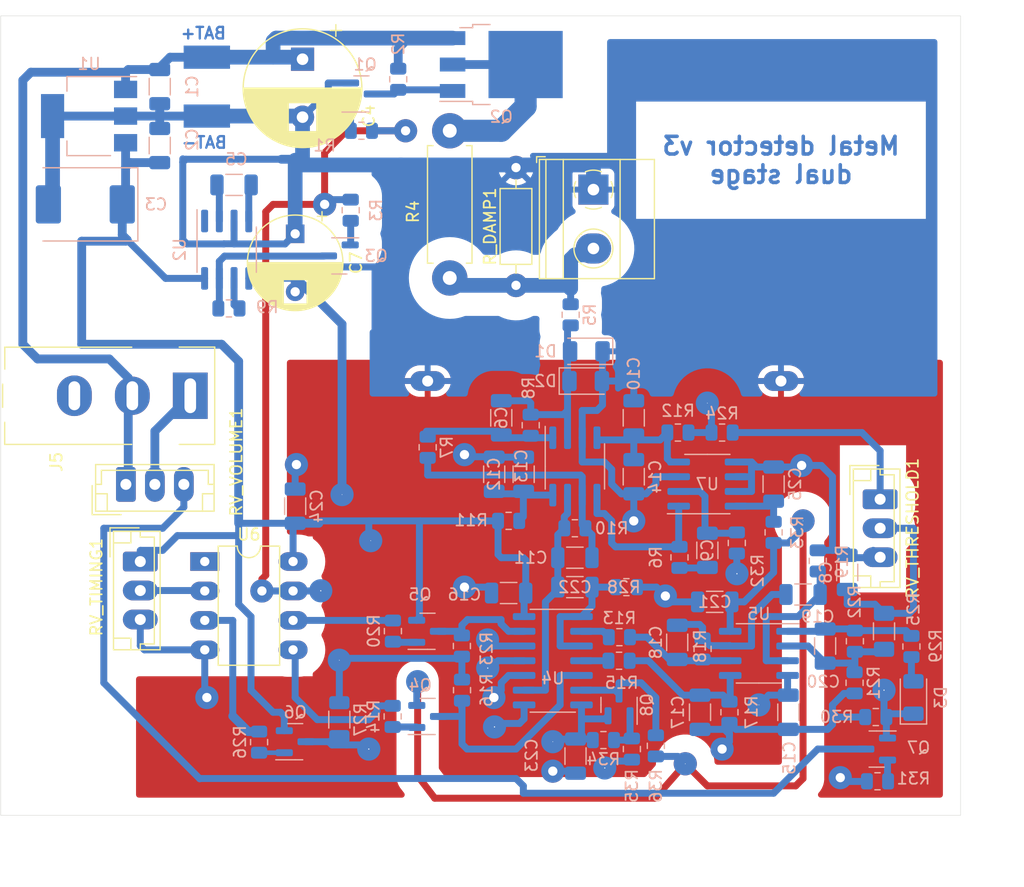
<source format=kicad_pcb>
(kicad_pcb (version 20211014) (generator pcbnew)
  (title_block (rev "1"))
  (layers (0 "F.Cu" signal "Front") (1 "In1.Cu" signal) (2 "In2.Cu" signal) (31 "B.Cu" signal "Back") (34 "B.Paste" user) (35 "F.Paste" user) (36 "B.SilkS" user "B.Silkscreen") (37 "F.SilkS" user "F.Silkscreen") (38 "B.Mask" user) (39 "F.Mask" user) (44 "Edge.Cuts" user))
  (net 0 "")
  (net 1 "BAT+")
  (net 2 "BAT-")
  (net 3 "V+")
  (net 4 "V-")
  (net 5 "Net-(Q1-Pad1)")
  (net 6 "Net-(Q1-Pad3)")
  (net 7 "Net-(Q2-Pad2)")
  (net 8 "AMP_SIG")
  (net 9 "Net-(C5-Pad1)")
  (net 10 "Net-(C5-Pad2)")
  (net 11 "Net-(Q3-Pad1)")
  (net 12 "Net-(Q3-Pad3)")
  (net 13 "Net-(R9-Pad1)")
  (net 15 "Net-(J1-Pad2)")
  (net 16 "/B+")
  (net 17 "/B")
  (net 18 "/B-")
  (net 19 "/A-")
  (net 20 "THRESHOLD")
  (net 21 "RESULT_OUT")
  (net 22 "Net-(Q4-Pad1)")
  (net 23 "EFE_SAMP")
  (net 24 "Net-(Q5-Pad1)")
  (net 25 "MAIN_SAMP")
  (net 26 "Net-(Q6-Pad1)")
  (net 27 "AUDIO_PWM")
  (net 28 "/out1")
  (net 29 "EFE_SAMP_PIN")
  (net 30 "/out2")
  (net 31 "MAIN_SAMP_PIN")
  (net 32 "Net-(R24-Pad1)")
  (net 33 "Net-(C8-Pad2)")
  (net 34 "AUDIO_PIN")
  (net 35 "/A")
  (net 36 "/B2+")
  (net 37 "/B2-")
  (net 38 "/B2")
  (net 39 "/A2+")
  (net 40 "Net-(RV_TIMING1-Pad2)")
  (net 42 "/drlng-base")
  (net 43 "Net-(D3-Pad2)")
  (net 45 "/emitter")
  (net 46 "/collector")
  (net 47 "Net-(J5-PadT)")
  (net 48 "Net-(C9-Pad1)")
  (net 49 "Net-(C9-Pad2)")
  (net 50 "Net-(Q8-Pad1)")
  (net 51 "NOISE_SAMP")
  (net 52 "PWM_PIN")
  (net 53 "Net-(R32-Pad1)")
  (net 54 "/V-pin")
  (net 55 "/V+pin")
  (net 56 "Net-(C25-Pad1)")
  (footprint "TerminalBlock_Phoenix:TerminalBlock_Phoenix_MKDS-1,5-2-5.08_1x02_P5.08mm_Horizontal" (layer "F.Cu") (at 166.065 59.05 -90)
    (fp_text reference "J1" hide)
    (fp_text value "COIL")
  )
  (footprint "" (layer "F.Cu") (at 151.765 75.565)
    (fp_text reference "")
    (fp_text value "")
  )
  (footprint "Connector_JST:JST_EH_B3B-EH-A_1x03_P2.50mm_Vertical" (layer "F.Cu") (at 190.8 85.765 -90)
    (fp_text reference "RV_THRESHOLD1")
    (fp_text value "10k")
  )
  (footprint "Resistor_THT:R_Axial_DIN0411_L9.9mm_D3.6mm_P12.70mm_Horizontal" (layer "F.Cu") (at 153.67 53.975 -90)
    (fp_text reference "R4")
    (fp_text value "5.1 1W+")
  )
  (footprint "!my-kicad-library:audio-jack" (layer "F.Cu") (at 121.285 76.835 90)
    (fp_text reference "J5")
    (fp_text value "AudioJack3")
  )
  (footprint "Capacitor_THT:CP_Radial_D8.0mm_P5.00mm" (layer "F.Cu") (at 140.335 62.865 -90)
    (fp_text reference "C7")
    (fp_text value "220u")
  )
  (footprint "Resistor_THT:R_Axial_DIN0207_L6.3mm_D2.5mm_P10.16mm_Horizontal" (layer "F.Cu") (at 159.385 57.15 -90)
    (fp_text reference "R_DAMP1")
    (fp_text value "1k 0.25W+")
  )
  (footprint "Package_DIP:DIP-8_W7.62mm" (layer "F.Cu") (at 132.534546 91.1354)
    (fp_text reference "U6")
    (fp_text value "ATtiny85-20P")
  )
  (footprint "" (layer "F.Cu") (at 182.245 75.565)
    (fp_text reference "")
    (fp_text value "")
  )
  (footprint "Capacitor_THT:CP_Radial_D10.0mm_P5.00mm" (layer "F.Cu") (at 140.97 47.799965 -90)
    (fp_text reference "C4")
    (fp_text value "1000u")
  )
  (footprint "Connector_JST:JST_EH_B3B-EH-A_1x03_P2.50mm_Vertical" (layer "F.Cu") (at 126.972577 91.138378 -90)
    (fp_text reference "RV_TIMING1")
    (fp_text value "10k")
  )
  (footprint "Connector_JST:JST_EH_B3B-EH-A_1x03_P2.50mm_Vertical" (layer "F.Cu") (at 125.73 84.479994)
    (fp_text reference "RV_VOLUME1")
    (fp_text value "1k")
  )
  (footprint "Resistor_SMD:R_0805_2012Metric" (layer "B.Cu") (at 193.498517 98.466538 90)
    (fp_text reference "R29")
    (fp_text value "22k")
  )
  (footprint "Package_SO:SOIC-8_3.9x4.9mm_P1.27mm" (layer "B.Cu") (at 134.427017 64.233969 -90)
    (fp_text reference "U2")
    (fp_text value "LT1054")
  )
  (footprint "Capacitor_SMD:C_1206_3216Metric" (layer "B.Cu") (at 128.651 50.167642 -90)
    (fp_text reference "C1")
    (fp_text value "1u")
  )
  (footprint "Resistor_SMD:R_0805_2012Metric" (layer "B.Cu") (at 188.622837 98.009787 -90)
    (fp_text reference "R22")
    (fp_text value "100k")
  )
  (footprint "Resistor_SMD:R_0805_2012Metric" (layer "B.Cu") (at 148.766323 97.139044 -90)
    (fp_text reference "R20")
    (fp_text value "10k")
  )
  (footprint "Package_TO_SOT_SMD:SOT-23" (layer "B.Cu") (at 151.75357 97.155)
    (fp_text reference "Q5")
    (fp_text value "2N3906_2A")
  )
  (footprint "Resistor_SMD:R_0805_2012Metric" (layer "B.Cu") (at 173.355 80.01)
    (fp_text reference "R12")
    (fp_text value "100")
  )
  (footprint "Capacitor_SMD:C_1206_3216Metric" (layer "B.Cu") (at 158.750154 93.854089 180)
    (fp_text reference "C16")
    (fp_text value "100n")
  )
  (footprint "Diode_SMD:D_1206_3216Metric" (layer "B.Cu") (at 165.450576 73.000362 180)
    (fp_text reference "D1")
    (fp_text value "1N4148")
  )
  (footprint "Resistor_SMD:R_0805_2012Metric" (layer "B.Cu") (at 166.926177 106.539527)
    (fp_text reference "R34")
    (fp_text value "1k")
  )
  (footprint "Capacitor_SMD:C_1206_3216Metric" (layer "B.Cu") (at 169.545 83.82 90)
    (fp_text reference "C14")
    (fp_text value "47u")
  )
  (footprint "Capacitor_SMD:C_1206_3216Metric" (layer "B.Cu") (at 140.335 86.36 90)
    (fp_text reference "C24")
    (fp_text value "100n")
  )
  (footprint "Resistor_SMD:R_0805_2012Metric" (layer "B.Cu") (at 169.382971 107.313586 90)
    (fp_text reference "R35")
    (fp_text value "10k")
  )
  (footprint "Resistor_SMD:R_0805_2012Metric" (layer "B.Cu") (at 171.45 107.0375 90)
    (fp_text reference "R36")
    (fp_text value "10k")
  )
  (footprint "Capacitor_SMD:C_1206_3216Metric" (layer "B.Cu") (at 173.293762 98.11057 90)
    (fp_text reference "C18")
    (fp_text value "470nF")
  )
  (footprint "Package_TO_SOT_SMD:SOT-23" (layer "B.Cu") (at 168.275 103.505 90)
    (fp_text reference "Q8")
    (fp_text value "2N3904")
  )
  (footprint "Package_TO_SOT_SMD:SOT-23" (layer "B.Cu") (at 190.5 107.315 180)
    (fp_text reference "Q7")
    (fp_text value "MMBTA13LT3G")
  )
  (footprint "Resistor_SMD:R_1206_3216Metric_Pad1.30x1.75mm_HandSolder" (layer "B.Cu") (at 191.135 97.155 90)
    (fp_text reference "R25")
    (fp_text value "22k")
  )
  (footprint "Capacitor_SMD:C_1206_3216Metric" (layer "B.Cu") (at 187.96 92.075 -90)
    (fp_text reference "C8")
    (fp_text value "470nF")
  )
  (footprint "Resistor_SMD:R_0805_2012Metric" (layer "B.Cu") (at 175.481759 98.673423 -90)
    (fp_text reference "R18")
    (fp_text value "220k")
  )
  (footprint "Resistor_SMD:R_1206_3216Metric" (layer "B.Cu") (at 144.145 104.775 90)
    (fp_text reference "R27")
    (fp_text value "10k")
  )
  (footprint "Resistor_SMD:R_0805_2012Metric" (layer "B.Cu") (at 177.8 104.14 -90)
    (fp_text reference "R17")
    (fp_text value "220k")
  )
  (footprint "Resistor_SMD:R_0805_2012Metric" (layer "B.Cu") (at 149.225 49.53 90)
    (fp_text reference "R2")
    (fp_text value "1k")
  )
  (footprint "Package_TO_SOT_SMD:SOT-23" (layer "B.Cu") (at 140.335 106.68)
    (fp_text reference "Q6")
    (fp_text value "2N3906_2A")
  )
  (footprint "Resistor_SMD:R_0805_2012Metric" (layer "B.Cu") (at 168.305833 97.662659 180)
    (fp_text reference "R13")
    (fp_text value "1k")
  )
  (footprint "Resistor_SMD:R_0805_2012Metric" (layer "B.Cu") (at 173.490005 90.779679 90)
    (fp_text reference "R6")
    (fp_text value "100")
  )
  (footprint "Connector_Wire:SolderWirePad_1x01_SMD_2x4mm" (layer "B.Cu") (at 132.715 52.707642 -90)
    (fp_text reference "J3" hide)
    (fp_text value "BAT-")
  )
  (footprint "Capacitor_SMD:C_1206_3216Metric" (layer "B.Cu") (at 160.044989 83.605855 90)
    (fp_text reference "C13")
    (fp_text value "100n")
  )
  (footprint "Capacitor_Tantalum_SMD:CP_EIA-7361-438_AVX-U_Pad2.18x3.30mm_HandSolder" (layer "B.Cu") (at 122.229244 60.325 180)
    (fp_text reference "C3")
    (fp_text value "100u")
  )
  (footprint "Resistor_SMD:R_0805_2012Metric" (layer "B.Cu") (at 188.595 101.6 90)
    (fp_text reference "R21")
    (fp_text value "1k")
  )
  (footprint "Capacitor_SMD:C_1206_3216Metric" (layer "B.Cu") (at 158.115 78.74 -90)
    (fp_text reference "C6")
    (fp_text value "100pF")
  )
  (footprint "Package_SO:SOIC-8_3.9x4.9mm_P1.27mm" (layer "B.Cu") (at 164.465 82.930213 -90)
    (fp_text reference "U3" hide)
    (fp_text value "LM833")
  )
  (footprint "Package_TO_SOT_SMD:TO-252-3_TabPin2" (layer "B.Cu") (at 158.115 48.26)
    (fp_text reference "Q2")
    (fp_text value "IRF9610")
  )
  (footprint "Resistor_SMD:R_0805_2012Metric" (layer "B.Cu") (at 146.05 53.975 180)
    (fp_text reference "R1")
    (fp_text value "10k")
  )
  (footprint "Resistor_SMD:R_0805_2012Metric" (layer "B.Cu") (at 168.275 99.695 180)
    (fp_text reference "R15")
    (fp_text value "1k")
  )
  (footprint "Package_SO:SOIC-8_3.9x4.9mm_P1.27mm" (layer "B.Cu") (at 180.34 99.06 180)
    (fp_text reference "U5")
    (fp_text value "TL072")
  )
  (footprint "Resistor_SMD:R_0805_2012Metric" (layer "B.Cu") (at 181.61 88.6225 -90)
    (fp_text reference "R33")
    (fp_text value "100")
  )
  (footprint "Diode_SMD:D_1206_3216Metric" (layer "B.Cu") (at 193.675 102.87 90)
    (fp_text reference "D3")
    (fp_text value "1N4148")
  )
  (footprint "Resistor_SMD:R_0805_2012Metric" (layer "B.Cu") (at 154.717621 98.425 -90)
    (fp_text reference "R23")
    (fp_text value "10k")
  )
  (footprint "Capacitor_SMD:C_1206_3216Metric" (layer "B.Cu") (at 164.519865 107.91937 -90)
    (fp_text reference "C23")
    (fp_text value "100n")
  )
  (footprint "Package_TO_SOT_SMD:SOT-223-3_TabPin2" (layer "B.Cu") (at 122.555 52.707642 180)
    (fp_text reference "U1")
    (fp_text value "MCP1703T-5002E")
  )
  (footprint "Resistor_SMD:R_0805_2012Metric" (layer "B.Cu") (at 190.572521 110.09497 180)
    (fp_text reference "R31")
    (fp_text value "150")
  )
  (footprint "Resistor_SMD:R_0805_2012Metric" (layer "B.Cu") (at 164.101227 69.85 90)
    (fp_text reference "R5")
    (fp_text value "1k")
  )
  (footprint "Capacitor_SMD:C_1206_3216Metric" (layer "B.Cu") (at 175.26 104.14 90)
    (fp_text reference "C17")
    (fp_text value "470nF")
  )
  (footprint "Resistor_SMD:R_0805_2012Metric" (layer "B.Cu") (at 190.425887 104.55445 180)
    (fp_text reference "R30")
    (fp_text value "100k")
  )
  (footprint "Resistor_SMD:R_0805_2012Metric" (layer "B.Cu") (at 145.124944 60.828176 -90)
    (fp_text reference "R3")
    (fp_text value "10k")
  )
  (footprint "Connector_Wire:SolderWirePad_1x01_SMD_2x4mm" (layer "B.Cu") (at 132.715 47.627642 -90)
    (fp_text reference "J2" hide)
    (fp_text value "BAT+")
  )
  (footprint "Capacitor_SMD:C_1206_3216Metric" (layer "B.Cu") (at 164.465 90.805 180)
    (fp_text reference "C11")
    (fp_text value "100pF")
  )
  (footprint "Resistor_SMD:R_0805_2012Metric" (layer "B.Cu") (at 148.743855 104.4975 -90)
    (fp_text reference "R14")
    (fp_text value "10k")
  )
  (footprint "Resistor_SMD:R_0805_2012Metric" (layer "B.Cu") (at 151.765 81.28 90)
    (fp_text reference "R7")
    (fp_text value "1k")
  )
  (footprint "Resistor_SMD:R_0805_2012Metric" (layer "B.Cu") (at 137.221696 106.717579 -90)
    (fp_text reference "R26")
    (fp_text value "10k")
  )
  (footprint "Capacitor_SMD:C_1206_3216Metric" (layer "B.Cu") (at 184.15 93.98)
    (fp_text reference "C19")
    (fp_text value "470nF")
  )
  (footprint "Capacitor_SMD:C_1206_3216Metric" (layer "B.Cu") (at 175.895 90.17 90)
    (fp_text reference "C9")
    (fp_text value "1uF")
  )
  (footprint "Capacitor_SMD:C_1206_3216Metric" (layer "B.Cu") (at 176.53 94.615 180)
    (fp_text reference "C21")
    (fp_text value "100n")
  )
  (footprint "Resistor_SMD:R_0805_2012Metric" (layer "B.Cu") (at 154.729051 102.235 90)
    (fp_text reference "R16")
    (fp_text value "10k")
  )
  (footprint "Package_TO_SOT_SMD:SOT-23" (layer "B.Cu") (at 151.765 104.50306)
    (fp_text reference "Q4")
    (fp_text value "2N3906_2A")
  )
  (footprint "Resistor_SMD:R_0805_2012Metric" (layer "B.Cu") (at 160.655 79.375 90)
    (fp_text reference "R8")
    (fp_text value "10k")
  )
  (footprint "Package_TO_SOT_SMD:SOT-23" (layer "B.Cu") (at 146.05 50.8)
    (fp_text reference "Q1")
    (fp_text value "2N3904")
  )
  (footprint "Capacitor_SMD:C_1206_3216Metric" (layer "B.Cu") (at 128.651 55.247642 90)
    (fp_text reference "C2")
    (fp_text value "10u")
  )
  (footprint "Package_SO:SO-14_3.9x8.65mm_P1.27mm" (layer "B.Cu") (at 162.56 99.695 180)
    (fp_text reference "U4")
    (fp_text value "4066")
  )
  (footprint "Capacitor_SMD:C_1206_3216Metric" (layer "B.Cu") (at 182.88 104.14 -90)
    (fp_text reference "C15")
    (fp_text value "100n")
  )
  (footprint "Resistor_SMD:R_0805_2012Metric" (layer "B.Cu") (at 168.91 93.345 180)
    (fp_text reference "R28")
    (fp_text value "10k")
  )
  (footprint "Capacitor_SMD:C_1206_3216Metric" (layer "B.Cu") (at 135.062017 58.645969)
    (fp_text reference "C5")
    (fp_text value "22u")
  )
  (footprint "Capacitor_SMD:C_1206_3216Metric" (layer "B.Cu") (at 186.055 98.425 90)
    (fp_text reference "C20")
    (fp_text value "100nF")
  )
  (footprint "Capacitor_SMD:C_1206_3216Metric" (layer "B.Cu") (at 181.61 84.455 90)
    (fp_text reference "C25")
    (fp_text value "100n")
  )
  (footprint "Resistor_SMD:R_0805_2012Metric" (layer "B.Cu") (at 185.42 91.0825 -90)
    (fp_text reference "R19")
    (fp_text value "220k")
  )
  (footprint "Package_TO_SOT_SMD:SOT-23" (layer "B.Cu") (at 144.145 64.77 180)
    (fp_text reference "Q3")
    (fp_text value "2N3904")
  )
  (footprint "Package_SO:SOIC-8_3.9x4.9mm_P1.27mm" (layer "B.Cu") (at 175.895 84.455)
    (fp_text reference "U7")
    (fp_text value "TL072")
  )
  (footprint "Resistor_SMD:R_0805_2012Metric" (layer "B.Cu") (at 177.165 80.01 180)
    (fp_text reference "R24")
    (fp_text value "47k")
  )
  (footprint "Resistor_SMD:R_0805_2012Metric" (layer "B.Cu") (at 134.62 69.300408 180)
    (fp_text reference "R9")
    (fp_text value "20k")
  )
  (footprint "Capacitor_SMD:C_1206_3216Metric" (layer "B.Cu") (at 157.504989 83.605855 90)
    (fp_text reference "C12")
    (fp_text value "47u")
  )
  (footprint "Capacitor_SMD:C_1206_3216Metric" (layer "B.Cu") (at 169.545 78.74 -90)
    (fp_text reference "C10")
    (fp_text value "100n")
  )
  (footprint "Resistor_SMD:R_0805_2012Metric" (layer "B.Cu") (at 158.75 87.63 180)
    (fp_text reference "R11")
    (fp_text value "100")
  )
  (footprint "Resistor_SMD:R_0805_2012Metric" (layer "B.Cu") (at 178.435 89.535 90)
    (fp_text reference "R32")
    (fp_text value "10k")
  )
  (footprint "Diode_SMD:D_1206_3216Metric" (layer "B.Cu") (at 165.398266 75.565)
    (fp_text reference "D2")
    (fp_text value "1N4148")
  )
  (footprint "Capacitor_SMD:C_1206_3216Metric" (layer "B.Cu") (at 164.465 93.345)
    (fp_text reference "C22")
    (fp_text value "470nF")
  )
  (footprint "Resistor_SMD:R_0805_2012Metric" (layer "B.Cu") (at 164.465 88.265)
    (fp_text reference "R10")
    (fp_text value "100k")
  )
  (gr_rect (start 114.935 44.062975) (end 197.739 113.032642) (layer "Edge.Cuts") (width 0.0381) (fill none))
  (gr_text "BAT-\n" (at 132.494055 54.984613) (layer "B.Cu") (effects (font (size 1 1) (thickness 0.2)) (justify mirror)))
  (gr_text "BAT+\n" (at 132.415171 45.55796) (layer "B.Cu") (effects (font (size 1 1) (thickness 0.2)) (justify mirror)))
  (gr_text "Metal detector v3\ndual stage" (at 182.245 56.515) (layer "B.Cu") (effects (font (size 1.524 1.524) (thickness 0.3048)) (justify mirror)))
  (segment (start 153.915 45.98) (end 150.12 45.98) (width 0.762) (layer "B.Cu") (net 1))
  (segment (start 149.225 46.875) (end 149.225 48.6175) (width 0.762) (layer "B.Cu") (net 1))
  (segment (start 129.54 47.627642) (end 132.715 47.627642) (width 0.762) (layer "B.Cu") (net 1))
  (segment (start 124.3 73.66) (end 118.11 73.66) (width 0.762) (layer "B.Cu") (net 1))
  (segment (start 138.69 45.98) (end 138.43 46.24) (width 1.27) (layer "B.Cu") (net 1))
  (segment (start 138.43 47.625) (end 141.201338 47.625) (width 1.27) (layer "B.Cu") (net 1))
  (segment (start 125.933586 75.293586) (end 124.3 73.66) (width 0.762) (layer "B.Cu") (net 1))
  (segment (start 125.705 50.407642) (end 125.705 48.922642) (width 0.762) (layer "B.Cu") (net 1))
  (segment (start 125.705 48.922642) (end 125.935 48.692642) (width 0.762) (layer "B.Cu") (net 1))
  (segment (start 118.11 73.66) (end 116.84 72.39) (width 0.762) (layer "B.Cu") (net 1))
  (segment (start 125.935 48.692642) (end 128.651 48.692642) (width 0.762) (layer "B.Cu") (net 1))
  (segment (start 133.118661 47.625) (end 138.43 47.625) (width 1.27) (layer "B.Cu") (net 1))
  (segment (start 138.69 45.98) (end 153.915 45.98) (width 1.27) (layer "B.Cu") (net 1))
  (segment (start 150.12 45.98) (end 149.225 46.875) (width 0.762) (layer "B.Cu") (net 1))
  (segment (start 128.651 48.516642) (end 129.54 47.627642) (width 0.762) (layer "B.Cu") (net 1))
  (segment (start 116.84 49.616173) (end 117.533531 48.922642) (width 0.762) (layer "B.Cu") (net 1))
  (segment (start 138.43 46.24) (end 138.43 47.625) (width 1.27) (layer "B.Cu") (net 1))
  (segment (start 117.533531 48.922642) (end 125.705 48.922642) (width 0.762) (layer "B.Cu") (net 1))
  (segment (start 125.933586 84.276408) (end 125.933586 75.293586) (width 0.762) (layer "B.Cu") (net 1))
  (segment (start 116.84 72.39) (end 116.84 49.616173) (width 0.762) (layer "B.Cu") (net 1))
  (via (at 154.94 81.915) (size 2) (drill 0.8) (layers "F.Cu" "B.Cu") (net 2))
  (via (at 157.48 102.87) (size 2) (drill 0.8) (layers "F.Cu" "B.Cu") (net 2))
  (via (at 132.715 102.87) (size 2) (drill 0.8) (layers "F.Cu" "B.Cu") (net 2))
  (via (at 140.444107 82.771745) (size 2) (drill 0.8) (layers "F.Cu" "B.Cu") (net 2))
  (via (at 177.165 107.315) (size 2) (drill 0.8) (layers "F.Cu" "B.Cu") (net 2))
  (via (at 172.274216 94.110545) (size 2) (drill 0.8) (layers "F.Cu" "B.Cu") (net 2))
  (via (at 162.56 109.22) (size 2) (drill 0.8) (layers "F.Cu" "B.Cu") (net 2))
  (via (at 169.545 87.63) (size 2) (drill 0.8) (layers "F.Cu" "B.Cu") (net 2))
  (via (at 187.362304 109.780391) (size 2) (drill 0.8) (layers "F.Cu" "B.Cu") (net 2))
  (via (at 184.026767 82.847496) (size 2) (drill 0.8) (layers "F.Cu" "B.Cu") (net 2))
  (via (at 154.94 93.345) (size 2) (drill 0.8) (layers "F.Cu" "B.Cu") (net 2))
  (segment (start 132.534546 98.7554) (end 132.534546 102.689546) (width 0.6) (layer "B.Cu") (net 2))
  (segment (start 143.19 50.579965) (end 140.97 52.799965) (width 0.6) (layer "B.Cu") (net 2))
  (segment (start 186.69 105.185) (end 186.69 104.14) (width 0.6) (layer "B.Cu") (net 2))
  (segment (start 135.073197 63.737149) (end 139.462851 63.737149) (width 0.6) (layer "B.Cu") (net 2))
  (segment (start 132.534546 102.689546) (end 132.715 102.87) (width 0.6) (layer "B.Cu") (net 2))
  (segment (start 177.8 106.045) (end 177.8 106.68) (width 0.6) (layer "B.Cu") (net 2))
  (segment (start 172.778671 94.615) (end 172.274216 94.110545) (width 0.6) (layer "B.Cu") (net 2))
  (segment (start 165.807726 56.924874) (end 149.450126 56.924874) (width 1.27) (layer "B.Cu") (net 2))
  (segment (start 187.10445 104.55445) (end 186.69 104.14) (width 0.6) (layer "B.Cu") (net 2))
  (segment (start 140.97 56.431469) (end 140.251469 56.431469) (width 0.762) (layer "B.Cu") (net 2))
  (segment (start 189.513387 104.55445) (end 187.10445 104.55445) (width 0.6) (layer "B.Cu") (net 2))
  (segment (start 135.062017 63.725969) (end 134.184197 63.725969) (width 0.6) (layer "B.Cu") (net 2))
  (segment (start 170.61 85.295) (end 171.45 84.455) (width 0.6) (layer "B.Cu") (net 2))
  (segment (start 186.69 104.14) (end 186.69 103.505) (width 0.6) (layer "B.Cu") (net 2))
  (segment (start 173.42 83.82) (end 171.45 83.82) (width 0.6) (layer "B.Cu") (net 2))
  (segment (start 135.062017 63.725969) (end 135.073197 63.737149) (width 0.6) (layer "B.Cu") (net 2))
  (segment (start 185.42 90.17) (end 186.69 90.17) (width 0.6) (layer "B.Cu") (net 2))
  (segment (start 140.335 56.515) (end 140.251469 56.431469) (width 0.6) (layer "B.Cu") (net 2))
  (segment (start 182.88 105.615) (end 186.26 105.615) (width 0.6) (layer "B.Cu") (net 2))
  (segment (start 166.065 59.05) (end 166.065 56.761469) (width 1.27) (layer "B.Cu") (net 2))
  (segment (start 181.61 82.98) (end 183.894263 82.98) (width 0.6) (layer "B.Cu") (net 2))
  (segment (start 167.64 84.455) (end 168.48 85.295) (width 0.6) (layer "B.Cu") (net 2))
  (segment (start 140.335 82.880852) (end 140.444107 82.771745) (width 0.6) (layer "B.Cu") (net 2))
  (segment (start 178.3625 105.615) (end 177.8 105.0525) (width 0.6) (layer "B.Cu") (net 2))
  (segment (start 178.37 83.82) (end 179.705 83.82) (width 0.6) (layer "B.Cu") (net 2))
  (segment (start 162.56 109.22) (end 164.895 109.22) (width 0.6) (layer "B.Cu") (net 2))
  (segment (start 128.651 51.642642) (end 128.651 52.453642) (width 0.762) (layer "B.Cu") (net 2))
  (segment (start 188.595 102.5125) (end 187.6825 102.5125) (width 0.6) (layer "B.Cu") (net 2))
  (segment (start 157.48 102.87) (end 158.115 102.235) (width 0.6) (layer "B.Cu") (net 2))
  (segment (start 127.3304 98.7554) (end 126.972577 98.397577) (width 0.6) (layer "B.Cu") (net 2))
  (segment (start 126.972577 96.138378) (end 126.972577 98.397577) (width 0.6) (layer "B.Cu") (net 2))
  (segment (start 180.135 82.98) (end 179.705 82.55) (width 0.6) (layer "B.Cu") (net 2))
  (segment (start 179.705 83.82) (end 179.705 82.55) (width 0.6) (layer "B.Cu") (net 2))
  (segment (start 167.005 82.55) (end 167.64 83.185) (width 0.6) (layer "B.Cu") (net 2))
  (segment (start 158.115 101.6) (end 158.75 100.965) (width 0.6) (layer "B.Cu") (net 2))
  (segment (start 140.97 52.799965) (end 140.97 56.431469) (width 1.27) (layer "B.Cu") (net 2))
  (segment (start 171.508671 93.345) (end 172.274216 94.110545) (width 0.6) (layer "B.Cu") (net 2))
  (segment (start 147.64 65.72) (end 149.450126 63.909874) (width 0.6) (layer "B.Cu") (net 2))
  (segment (start 177.8 105.0525) (end 177.8 106.045) (width 0.6) (layer "B.Cu") (net 2))
  (segment (start 178.37 85.09) (end 179.705 85.09) (width 0.6) (layer "B.Cu") (net 2))
  (segment (start 157.504989 82.130855) (end 160.044989 82.130855) (width 0.6) (layer "B.Cu") (net 2))
  (segment (start 132.715 52.705) (end 140.877677 52.705) (width 1.27) (layer "B.Cu") (net 2))
  (segment (start 167.64 83.185) (end 167.64 84.455) (width 0.6) (layer "B.Cu") (net 2))
  (segment (start 187.366706 110.109334) (end 189.645657 110.109334) (width 0.6) (layer "B.Cu") (net 2))
  (segment (start 125.705 52.707642) (end 119.405 52.707642) (width 0.762) (layer "B.Cu") (net 2))
  (segment (start 186.69 90.17) (end 187.96 90.17) (width 0.6) (layer "B.Cu") (net 2))
  (segment (start 169.545 85.295) (end 169.545 87.63) (width 0.6) (layer "B.Cu") (net 2))
  (segment (start 130.893531 56.431469) (end 130.639377 56.685623) (width 0.6) (layer "B.Cu") (net 2))
  (segment (start 158.75 100.965) (end 160.085 100.965) (width 0.6) (layer "B.Cu") (net 2))
  (segment (start 166.798266 75.565) (end 169.545 75.565) (width 0.6) (layer "B.Cu") (net 2))
  (segment (start 182.88 105.615) (end 178.3625 105.615) (width 0.6) (layer "B.Cu") (net 2))
  (segment (start 183.894263 82.98) (end 184.026767 82.847496) (width 0.6) (layer "B.Cu") (net 2))
  (segment (start 165.1 78.105) (end 166.37 78.105) (width 0.6) (layer "B.Cu") (net 2))
  (segment (start 128.651 52.453642) (end 128.651 53.772642) (width 0.762) (layer "B.Cu") (net 2))
  (segment (start 128.905 52.707642) (end 128.651 52.453642) (width 0.762) (layer "B.Cu") (net 2))
  (segment (start 165.1 80.455219) (end 165.1 78.105) (width 0.6) (layer "B.Cu") (net 2))
  (segment (start 165.1 82.55) (end 167.005 82.55) (width 0.6) (layer "B.Cu") (net 2))
  (segment (start 139.148531 56.431469) (end 130.893531 56.431469) (width 0.6) (layer "B.Cu") (net 2))
  (segment (start 186.69 83.82) (end 186.69 90.17) (width 0.6) (layer "B.Cu") (net 2))
  (segment (start 140.335 62.865) (end 140.335 56.515) (width 1.27) (layer "B.Cu") (net 2))
  (segment (start 134.173017 63.737149) (end 130.998017 63.737149) (width 0.6) (layer "B.Cu") (net 2))
  (segment (start 149.450126 56.924874) (end 141.042726 56.924874) (width 1.27) (layer "B.Cu") (net 2))
  (segment (start 149.450126 63.909874) (end 149.450126 56.924874) (width 0.6) (layer "B.Cu") (net 2))
  (segment (start 177.8 106.68) (end 177.165 107.315) (width 0.6) (layer "B.Cu") (net 2))
  (segment (start 169.545 75.565) (end 169.545 77.265) (width 0.6) (layer "B.Cu") (net 2))
  (segment (start 171.45 84.455) (end 171.45 83.82) (width 0.6) (layer "B.Cu") (net 2))
  (segment (start 169.8225 93.345) (end 171.508671 93.345) (width 0.6) (layer "B.Cu") (net 2))
  (segment (start 175.26 105.615) (end 177.37 105.615) (width 0.6) (layer "B.Cu") (net 2))
  (segment (start 130.639377 63.378509) (end 130.639377 63.62173) (width 0.6) (layer "B.Cu") (net 2))
  (segment (start 134.184197 63.725969) (end 134.173017 63.737149) (width 0.6) (layer "B.Cu") (net 2))
  (segment (start 140.251469 56.431469) (end 139.148531 56.431469) (width 0.762) (layer "B.Cu") (net 2))
  (segment (start 179.705 82.55) (end 178.37 82.55) (width 0.6) (layer "B.Cu") (net 2))
  (segment (start 130.639377 56.685623) (end 130.639377 56.393509) (width 0.6) (layer "B.Cu") (net 2))
  (segment (start 186.26 105.615) (end 186.69 105.185) (width 0.6) (layer "B.Cu") (net 2))
  (segment (start 132.715 52.707642) (end 128.905 52.707642) (width 0.762) (layer "B.Cu") (net 2))
  (segment (start 166.850576 73.000362) (end 166.850576 77.624424) (width 0.6) (layer "B.Cu") (net 2))
  (segment (start 139.462851 63.737149) (end 140.335 62.865) (width 0.6) (layer "B.Cu") (net 2))
  (segment (start 181.61 82.98) (end 180.135 82.98) (width 0.6) (layer "B.Cu") (net 2))
  (segment (start 143.19 49.85) (end 143.19 50.579965) (width 0.6) (layer "B.Cu") (net 2))
  (segment (start 177.37 105.615) (end 177.8 106.045) (width 0.6) (layer "B.Cu") (net 2))
  (segment (start 190.205 90.17) (end 190.8 90.765) (width 0.6) (layer "B.Cu") (net 2))
  (segment (start 175.055 94.615) (end 172.778671 94.615) (width 0.6) (layer "B.Cu") (net 2))
  (segment (start 185.717496 82.847496) (end 186.69 83.82) (width 0.6) (layer "B.Cu") (net 2))
  (segment (start 184.026767 82.847496) (end 185.717496 82.847496) (width 0.6) (layer "B.Cu") (net 2))
  (segment (start 145.0825 65.72) (end 147.64 65.72) (width 0.6) (layer "B.Cu") (net 2))
  (segment (start 130.998017 63.737149) (end 130.639377 63.378509) (width 0.6) (layer "B.Cu") (net 2))
  (segment (start 145.1125 49.85) (end 143.19 49.85) (width 0.6) (layer "B.Cu") (net 2))
  (segment (start 128.397 52.707642) (end 128.651 52.453642) (width 0.762) (layer "B.Cu") (net 2))
  (segment (start 154.94 93.345) (end 157.275 93.345) (width 0.6) (layer "B.Cu") (net 2))
  (segment (start 187.96 90.805) (end 190.205 90.805) (width 0.6) (layer "B.Cu") (net 2))
  (segment (start 140.335 84.885) (end 140.335 82.880852) (width 0.6) (layer "B.Cu") (net 2))
  (segment (start 169.545 85.295) (end 170.61 85.295) (width 0.6) (layer "B.Cu") (net 2))
  (segment (start 158.115 102.235) (end 158.115 101.6) (width 0.6) (layer "B.Cu") (net 2))
  (segment (start 168.48 85.295) (end 169.545 85.295) (width 0.6) (layer "B.Cu") (net 2))
  (segment (start 165.1 80.455219) (end 165.1 82.55) (width 0.6) (layer "B.Cu") (net 2))
  (segment (start 132.534546 98.7554) (end 127.3304 98.7554) (width 0.6) (layer "B.Cu") (net 2))
  (segment (start 119.405 52.707642) (end 119.405 59.961744) (width 1.27) (layer "B.Cu") (net 2))
  (segment (start 130.639377 63.378509) (end 130.639377 56.685623) (width 0.6) (layer "B.Cu") (net 2))
  (segment (start 179.705 85.09) (end 179.705 83.82) (width 0.6) (layer "B.Cu") (net 2))
  (segment (start 187.6825 102.5125) (end 186.69 103.505) (width 0.6) (layer "B.Cu") (net 2))
  (segment (start 135.062017 63.725969) (end 135.062017 61.758969) (width 0.6) (layer "B.Cu") (net 2))
  (segment (start 155.159327 82.094449) (end 157.229449 82.094449) (width 0.6) (layer "B.Cu") (net 2))
  (segment (start 166.850576 77.624424) (end 166.37 78.105) (width 0.6) (layer "B.Cu") (net 2))
  (segment (start 125.705 52.707642) (end 128.397 52.707642) (width 0.762) (layer "B.Cu") (net 2))
  (segment (start 150.899876 109.624876) (end 150.899876 101.497232) (width 0.6) (layer "F.Cu") (net 3))
  (segment (start 175.895 110.49) (end 173.99 108.585) (width 0.6) (layer "F.Cu") (net 3))
  (segment (start 171.415949 111.555103) (end 152.365949 111.555103) (width 0.6) (layer "F.Cu") (net 3))
  (segment (start 184.15 87.63) (end 184.15 109.855) (width 0.6) (layer "F.Cu") (net 3))
  (segment (start 152.380874 111.555103) (end 150.899876 109.624876) (width 0.6) (layer "F.Cu") (net 3))
  (segment (start 183.515 110.49) (end 175.895 110.49) (width 0.6) (layer "F.Cu") (net 3))
  (segment (start 173.99 108.585) (end 171.37713 111.555103) (width 0.6) (layer "F.Cu") (net 3))
  (segment (start 184.15 109.855) (end 183.515 110.49) (width 0.6) (layer "F.Cu") (net 3))
  (via blind (at 184.15 87.63) (size 2) (drill 0.06) (layers "F.Cu" "B.Cu") (net 3))
  (via blind (at 173.99 108.585) (size 2) (drill 0.06) (layers "F.Cu" "B.Cu") (net 3))
  (via blind (at 146.851727 89.336361) (size 2) (drill 0.06) (layers "In2.Cu" "B.Cu") (net 3))
  (via blind (at 150.899876 101.497232) (size 2) (drill 0.06) (layers "In2.Cu" "B.Cu") (net 3))
  (segment (start 128.905 90.17) (end 127 90.17) (width 0.6) (layer "B.Cu") (net 3))
  (segment (start 177.865 97.155) (end 177.865 94.755) (width 0.6) (layer "B.Cu") (net 3))
  (segment (start 125.416744 62.967122) (end 125.416744 60.325) (width 0.762) (layer "B.Cu") (net 3))
  (segment (start 121.92 72.39) (end 121.92 63.5) (width 0.762) (layer "B.Cu") (net 3))
  (segment (start 158.115 90.805) (end 160.02 90.805) (width 0.6) (layer "B.Cu") (net 3))
  (segment (start 150.8275 101.569598) (end 150.899864 101.497234) (width 0.6) (layer "B.Cu") (net 3))
  (segment (start 140.335 87.835) (end 142.381378 87.835) (width 0.762) (layer "B.Cu") (net 3))
  (segment (start 171.45 107.95) (end 173.355 107.95) (width 0.6) (layer "B.Cu") (net 3))
  (segment (start 126.11 56.722642) (end 125.705 57.127642) (width 0.762) (layer "B.Cu") (net 3))
  (segment (start 136.525 102.235) (end 138.43 104.14) (width 0.6) (layer "B.Cu") (net 3))
  (segment (start 129.158591 66.708969) (end 129.0225 66.572878) (width 0.6) (layer "B.Cu") (net 3))
  (segment (start 160.02 90.805) (end 160.225 91.01) (width 0.6) (layer "B.Cu") (net 3))
  (segment (start 181.61 89.535) (end 181.61 92.075) (width 0.6) (layer "B.Cu") (net 3))
  (segment (start 135.46 87.835) (end 135.46 94.82) (width 0.6) (layer "B.Cu") (net 3))
  (segment (start 128.651 56.722642) (end 126.11 56.722642) (width 0.762) (layer "B.Cu") (net 3))
  (segment (start 135.46 87.835) (end 140.335 87.835) (width 0.6) (layer "B.Cu") (net 3))
  (segment (start 129.0225 66.572867) (end 125.839804 63.390196) (width 0.6) (layer "B.Cu") (net 3))
  (segment (start 125.705 57.127642) (end 125.705 60.036744) (width 0.762) (layer "B.Cu") (net 3))
  (segment (start 140.154546 91.1354) (end 140.154546 88.015454) (width 0.6) (layer "B.Cu") (net 3))
  (segment (start 179.07 94.615) (end 181.61 92.075) (width 0.6) (layer "B.Cu") (net 3))
  (segment (start 150.81607 96.205) (end 151.053197 95.967873) (width 0.6) (layer "B.Cu") (net 3))
  (segment (start 135.46 94.82) (end 136.525 95.885) (width 0.6) (layer "B.Cu") (net 3))
  (segment (start 139.3975 105.73) (end 139.3975 104.4725) (width 0.6) (layer "B.Cu") (net 3))
  (segment (start 126.972577 90.197423) (end 126.972577 91.138378) (width 0.6) (layer "B.Cu") (net 3))
  (segment (start 135.46 87.835) (end 135.46 73.865) (width 0.762) (layer "B.Cu") (net 3))
  (segment (start 151.053197 95.967873) (end 151.053197 87.706803) (width 0.6) (layer "B.Cu") (net 3))
  (segment (start 173.355 107.95) (end 173.99 108.585) (width 0.6) (layer "B.Cu") (net 3))
  (segment (start 151.13 87.63) (end 146.685 87.63) (width 0.6) (layer "B.Cu") (net 3))
  (segment (start 139.065 104.14) (end 138.43 104.14) (width 0.6) (layer "B.Cu") (net 3))
  (segment (start 157.8375 90.5275) (end 158.115 90.805) (width 0.6) (layer "B.Cu") (net 3))
  (segment (start 130.175 88.9) (end 128.905 90.17) (width 0.6) (layer "B.Cu") (net 3))
  (segment (start 157.8375 87.63) (end 151.13 87.63) (width 0.6) (layer "B.Cu") (net 3))
  (segment (start 136.525 95.885) (end 136.525 102.235) (width 0.6) (layer "B.Cu") (net 3))
  (segment (start 151.053197 87.706803) (end 151.13 87.63) (width 0.6) (layer "B.Cu") (net 3))
  (segment (start 150.8275 103.55306) (end 150.8275 101.569598) (width 0.6) (layer "B.Cu") (net 3))
  (segment (start 121.92 63.5) (end 125.73 63.5) (width 0.762) (layer "B.Cu") (net 3))
  (segment (start 160.225 91.01) (end 160.225 93.345) (width 0.6) (layer "B.Cu") (net 3))
  (segment (start 125.73 63.5) (end 125.839811 63.390189) (width 0.762) (layer "B.Cu") (net 3))
  (segment (start 133.985 72.39) (end 121.92 72.39) (width 0.762) (layer "B.Cu") (net 3))
  (segment (start 182.88 89.535) (end 184.15 88.265) (width 0.6) (layer "B.Cu") (net 3))
  (segment (start 184.15 88.265) (end 184.15 87.63) (width 0.6) (layer "B.Cu") (net 3))
  (segment (start 142.586378 87.63) (end 142.381378 87.835) (width 0.6) (layer "B.Cu") (net 3))
  (segment (start 127 90.17) (end 126.972577 90.197423) (width 0.6) (layer "B.Cu") (net 3))
  (segment (start 125.839811 63.390189) (end 125.416744 62.967122) (width 0.762) (layer "B.Cu") (net 3))
  (segment (start 146.685 87.63) (end 142.586378 87.63) (width 0.6) (layer "B.Cu") (net 3))
  (segment (start 157.8375 87.63) (end 157.8375 90.5275) (width 0.6) (layer "B.Cu") (net 3))
  (segment (start 146.685 88.9) (end 146.685 87.63) (width 0.6) (layer "B.Cu") (net 3))
  (segment (start 139.3975 104.4725) (end 139.065 104.14) (width 0.6) (layer "B.Cu") (net 3))
  (segment (start 178.005 94.615) (end 179.07 94.615) (width 0.6) (layer "B.Cu") (net 3))
  (segment (start 181.61 89.535) (end 182.88 89.535) (width 0.6) (layer "B.Cu") (net 3))
  (segment (start 135.46 73.865) (end 133.985 72.39) (width 0.762) (layer "B.Cu") (net 3))
  (segment (start 125.705 55.007642) (end 125.705 57.127642) (width 0.762) (layer "B.Cu") (net 3))
  (segment (start 160.085 95.885) (end 160.085 93.485) (width 0.6) (layer "B.Cu") (net 3))
  (segment (start 135.46 88.9) (end 130.175 88.9) (width 0.6) (layer "B.Cu") (net 3))
  (segment (start 132.522017 66.708969) (end 129.158591 66.708969) (width 0.6) (layer "B.Cu") (net 3))
  (via blind (at 180.34 103.505) (size 2) (drill 0.06) (layers "In2.Cu" "B.Cu") (net 4))
  (via blind (at 144.378154 85.361283) (size 2) (drill 0.06) (layers "In2.Cu" "B.Cu") (net 4))
  (via blind (at 175.895 77.47) (size 2) (drill 0.06) (layers "In2.Cu" "B.Cu") (net 4))
  (via blind (at 144.145 99.650496) (size 2) (drill 0.06) (layers "In2.Cu" "B.Cu") (net 4))
  (via blind (at 162.56 106.68) (size 2) (drill 0.06) (layers "In2.Cu" "B.Cu") (net 4))
  (segment (start 182.88 102.665) (end 181.18 102.665) (width 0.6) (layer "B.Cu") (net 4))
  (segment (start 144.378154 70.659511) (end 144.378154 85.361283) (width 0.762) (layer "B.Cu") (net 4))
  (segment (start 165.035 103.505) (end 165.035 104.71) (width 0.6) (layer "B.Cu") (net 4))
  (segment (start 181.18 102.665) (end 180.34 103.505) (width 0.6) (layer "B.Cu") (net 4))
  (segment (start 162.779589 106.460411) (end 162.56 106.68) (width 0.6) (layer "B.Cu") (net 4))
  (segment (start 140.335 66.616357) (end 144.378154 70.659511) (width 0.762) (layer "B.Cu") (net 4))
  (segment (start 137.218643 66.616357) (end 137.16 66.675) (width 0.762) (layer "B.Cu") (net 4))
  (segment (start 137.126031 66.708969) (end 137.218643 66.616357) (width 0.6) (layer "B.Cu") (net 4))
  (segment (start 144.145 103.3125) (end 144.145 99.650496) (width 0.6) (layer "B.Cu") (net 4))
  (segment (start 140.335 66.616357) (end 137.218643 66.616357) (width 0.762) (layer "B.Cu") (net 4))
  (segment (start 164.816119 106.460411) (end 162.779589 106.460411) (width 0.6) (layer "B.Cu") (net 4))
  (segment (start 165.035 104.71) (end 167.0575 104.71) (width 0.6) (layer "B.Cu") (net 4))
  (segment (start 154.578794 99.487619) (end 144.418794 99.487619) (width 0.6) (layer "B.Cu") (net 4))
  (segment (start 165.91852 106.44437) (end 166.013677 106.539527) (width 0.6) (layer "B.Cu") (net 4))
  (segment (start 154.717621 99.3375) (end 154.717621 101.31107) (width 0.6) (layer "B.Cu") (net 4))
  (segment (start 174.2675 80.01) (end 176.2525 80.01) (width 0.6) (layer "B.Cu") (net 4))
  (segment (start 144.255917 99.650496) (end 144.418794 99.487619) (width 0.6) (layer "B.Cu") (net 4))
  (segment (start 182.815 100.965) (end 182.815 102.6) (width 0.6) (layer "B.Cu") (net 4))
  (segment (start 176.2525 80.01) (end 176.2525 77.8275) (width 0.6) (layer "B.Cu") (net 4))
  (segment (start 144.493299 100.043299) (end 144.557621 100.107621) (width 0.762) (layer "B.Cu") (net 4))
  (segment (start 164.519865 106.44437) (end 165.91852 106.44437) (width 0.6) (layer "B.Cu") (net 4))
  (segment (start 144.493299 99.707825) (end 144.493299 100.043299) (width 0.762) (layer "B.Cu") (net 4))
  (segment (start 167.0575 104.71) (end 167.325 104.4425) (width 0.6) (layer "B.Cu") (net 4))
  (segment (start 165.035 104.71) (end 165.035 106.41) (width 0.6) (layer "B.Cu") (net 4))
  (segment (start 140.335 67.865) (end 140.335 66.616357) (width 0.762) (layer "B.Cu") (net 4))
  (segment (start 136.332017 66.708969) (end 137.126031 66.708969) (width 0.6) (layer "B.Cu") (net 4))
  (segment (start 176.2525 77.8275) (end 175.895 77.47) (width 0.6) (layer "B.Cu") (net 4))
  (segment (start 145.1125 51.75) (end 145.1125 53.95) (width 0.6) (layer "B.Cu") (net 5))
  (segment (start 146.9875 50.8) (end 148.8675 50.8) (width 0.6) (layer "B.Cu") (net 6))
  (segment (start 148.8675 50.8) (end 149.225 50.4425) (width 0.6) (layer "B.Cu") (net 6))
  (segment (start 149.225 50.4425) (end 153.8175 50.4425) (width 0.6) (layer "B.Cu") (net 6))
  (segment (start 153.67 53.975) (end 158.115 53.975) (width 1.905) (layer "B.Cu") (net 7))
  (segment (start 158.115 53.975) (end 160.215 51.875) (width 1.905) (layer "B.Cu") (net 7))
  (segment (start 153.915 48.26) (end 160.215 48.26) (width 0.762) (layer "B.Cu") (net 7))
  (segment (start 160.215 51.875) (end 160.215 48.26) (width 1.905) (layer "B.Cu") (net 7))
  (segment (start 165.035 95.885) (end 163.195 95.885) (width 0.6) (layer "B.Cu") (net 8))
  (segment (start 167.9975 93.345) (end 165.94 93.345) (width 0.6) (layer "B.Cu") (net 8))
  (segment (start 163.195 95.885) (end 163.195 98.425) (width 0.6) (layer "B.Cu") (net 8))
  (segment (start 165.94 94.98) (end 165.035 95.885) (width 0.6) (layer "B.Cu") (net 8))
  (segment (start 163.195 98.425) (end 165.035 98.425) (width 0.6) (layer "B.Cu") (net 8))
  (segment (start 165.94 93.345) (end 165.94 94.98) (width 0.6) (layer "B.Cu") (net 8))
  (segment (start 133.792017 61.758969) (end 133.792017 58.723969) (width 0.6) (layer "B.Cu") (net 9))
  (segment (start 136.332017 61.758969) (end 136.332017 58.977969) (width 0.6) (layer "B.Cu") (net 10))
  (segment (start 145.124944 63.777556) (end 145.0825 63.82) (width 0.6) (layer "B.Cu") (net 11))
  (segment (start 145.124944 61.740676) (end 145.124944 63.777556) (width 0.6) (layer "B.Cu") (net 11))
  (segment (start 134.238483 64.788825) (end 142.825983 64.788825) (width 0.6) (layer "B.Cu") (net 12))
  (segment (start 133.792017 65.235291) (end 134.238483 64.788825) (width 0.6) (layer "B.Cu") (net 12))
  (segment (start 133.792017 66.708969) (end 133.792017 65.235291) (width 0.6) (layer "B.Cu") (net 12))
  (segment (start 133.792017 66.708969) (end 133.792017 69.215891) (width 0.6) (layer "B.Cu") (net 12))
  (segment (start 135.062017 68.988145) (end 135.40215 69.328278) (width 0.6) (layer "B.Cu") (net 13))
  (segment (start 135.062017 66.708969) (end 135.062017 68.988145) (width 0.6) (layer "B.Cu") (net 13))
  (segment (start 164.101227 65.050242) (end 164.47 64.681469) (width 1.27) (layer "B.Cu") (net 15))
  (segment (start 165.735 64.681469) (end 164.47 64.681469) (width 1.27) (layer "B.Cu") (net 15))
  (segment (start 159.385 67.31) (end 163.831575 67.31) (width 1.27) (layer "B.Cu") (net 15))
  (segment (start 164.101227 67.579652) (end 164.101227 65.050242) (width 1.27) (layer "B.Cu") (net 15))
  (segment (start 164.101227 68.9375) (end 164.101227 67.579652) (width 0.6) (layer "B.Cu") (net 15))
  (segment (start 154.305 67.31) (end 159.385 67.31) (width 1.27) (layer "B.Cu") (net 15))
  (segment (start 163.831575 67.31) (end 164.101227 67.579652) (width 1.27) (layer "B.Cu") (net 15))
  (segment (start 173.42 86.36) (end 173.42 89.797174) (width 0.6) (layer "B.Cu") (net 16))
  (segment (start 166.37 86.995) (end 166.37 85.405219) (width 0.6) (layer "B.Cu") (net 16))
  (segment (start 167.64 89.535) (end 167.64 87.63) (width 0.6) (layer "B.Cu") (net 16))
  (segment (start 167.972179 89.867179) (end 167.64 89.535) (width 0.6) (layer "B.Cu") (net 16))
  (segment (start 167.005 86.995) (end 167.64 87.63) (width 0.6) (layer "B.Cu") (net 16))
  (segment (start 173.490005 89.867179) (end 167.972179 89.867179) (width 0.6) (layer "B.Cu") (net 16))
  (segment (start 166.37 86.995) (end 167.005 86.995) (width 0.6) (layer "B.Cu") (net 16))
  (segment (start 160.085 102.235) (end 161.925 102.235) (width 0.6) (layer "B.Cu") (net 17))
  (segment (start 163.83 86.995) (end 163.5525 87.2725) (width 0.6) (layer "B.Cu") (net 17))
  (segment (start 163.83 85.405219) (end 163.83 86.995) (width 0.6) (layer "B.Cu") (net 17))
  (segment (start 162.99 90.805) (end 162.99 88.8275) (width 0.6) (layer "B.Cu") (net 17))
  (segment (start 161.925 102.235) (end 161.925 94.615) (width 0.6) (layer "B.Cu") (net 17))
  (segment (start 162.99 88.8275) (end 163.5525 88.265) (width 0.6) (layer "B.Cu") (net 17))
  (segment (start 161.925 94.615) (end 162.99 93.55) (width 0.6) (layer "B.Cu") (net 17))
  (segment (start 163.5525 88.265) (end 163.5525 87.2725) (width 0.6) (layer "B.Cu") (net 17))
  (segment (start 162.99 90.805) (end 162.99 93.345) (width 0.6) (layer "B.Cu") (net 17))
  (segment (start 165.94 88.8275) (end 165.3775 88.265) (width 0.6) (layer "B.Cu") (net 18))
  (segment (start 165.1 87.9875) (end 165.3775 88.265) (width 0.6) (layer "B.Cu") (net 18))
  (segment (start 151.765 82.1925) (end 151.765 83.679398) (width 0.6) (layer "B.Cu") (net 18))
  (segment (start 164.959398 83.679398) (end 165.1 83.82) (width 0.6) (layer "B.Cu") (net 18))
  (segment (start 151.765 83.679398) (end 164.959398 83.679398) (width 0.6) (layer "B.Cu") (net 18))
  (segment (start 165.1 83.82) (end 165.1 85.405219) (width 0.6) (layer "B.Cu") (net 18))
  (segment (start 165.1 85.405219) (end 165.1 87.9875) (width 0.6) (layer "B.Cu") (net 18))
  (segment (start 165.94 90.805) (end 165.94 88.8275) (width 0.6) (layer "B.Cu") (net 18))
  (segment (start 163.4725 78.4625) (end 163.83 78.105) (width 0.6) (layer "B.Cu") (net 19))
  (segment (start 160.45 77.265) (end 160.655 77.47) (width 0.6) (layer "B.Cu") (net 19))
  (segment (start 163.83 78.105) (end 163.83 70.950879) (width 0.6) (layer "B.Cu") (net 19))
  (segment (start 160.655 77.47) (end 160.655 78.4625) (width 0.6) (layer "B.Cu") (net 19))
  (segment (start 160.655 78.4625) (end 163.4725 78.4625) (width 0.6) (layer "B.Cu") (net 19))
  (segment (start 158.115 77.265) (end 160.45 77.265) (width 0.6) (layer "B.Cu") (net 19))
  (segment (start 163.83 80.455219) (end 163.83 78.105) (width 0.6) (layer "B.Cu") (net 19))
  (segment (start 188.220674 99.9) (end 188.622837 100.302163) (width 0.6) (layer "B.Cu") (net 20))
  (segment (start 188.622837 100.302163) (end 188.622837 100.659663) (width 0.6) (layer "B.Cu") (net 20))
  (segment (start 188.622837 98.922287) (end 188.622837 100.302163) (width 0.6) (layer "B.Cu") (net 20))
  (segment (start 188.622837 98.922287) (end 190.917713 98.922287) (width 0.6) (layer "B.Cu") (net 20))
  (segment (start 186.055 99.9) (end 188.220674 99.9) (width 0.6) (layer "B.Cu") (net 20))
  (segment (start 182.815 98.425) (end 184.58 98.425) (width 0.6) (layer "B.Cu") (net 20))
  (segment (start 184.58 98.425) (end 186.055 99.9) (width 0.6) (layer "B.Cu") (net 20))
  (segment (start 186.055 96.95) (end 188.47555 96.95) (width 0.6) (layer "B.Cu") (net 21))
  (segment (start 188.622837 97.097287) (end 193.041766 97.097287) (width 0.6) (layer "B.Cu") (net 21))
  (segment (start 182.815 97.155) (end 185.85 97.155) (width 0.6) (layer "B.Cu") (net 21))
  (segment (start 193.041766 97.097287) (end 193.498517 97.554038) (width 0.6) (layer "B.Cu") (net 21))
  (segment (start 148.743855 105.41) (end 150.78444 105.41) (width 0.6) (layer "B.Cu") (net 22))
  (segment (start 159.385 107.315) (end 155.166691 107.315) (width 0.6) (layer "B.Cu") (net 23))
  (segment (start 154.672387 103.659285) (end 154.729051 103.715949) (width 0.6) (layer "B.Cu") (net 23))
  (segment (start 163.195 103.505) (end 159.385 107.315) (width 0.6) (layer "B.Cu") (net 23))
  (segment (start 165.035 100.965) (end 163.195 100.965) (width 0.6) (layer "B.Cu") (net 23))
  (segment (start 152.697196 104.497505) (end 154.667083 104.497505) (width 0.6) (layer "B.Cu") (net 23))
  (segment (start 154.726362 106.874671) (end 154.729051 104.564051) (width 0.6) (layer "B.Cu") (net 23))
  (segment (start 155.166691 107.315) (end 154.726362 106.874671) (width 0.6) (layer "B.Cu") (net 23))
  (segment (start 154.729051 104.564051) (end 154.729051 103.715949) (width 0.6) (layer "B.Cu") (net 23))
  (segment (start 154.729051 103.1475) (end 154.729051 103.715949) (width 0.6) (layer "B.Cu") (net 23))
  (segment (start 163.195 100.965) (end 163.195 103.505) (width 0.6) (layer "B.Cu") (net 23))
  (segment (start 150.81607 98.105) (end 148.819779 98.105) (width 0.6) (layer "B.Cu") (net 24))
  (segment (start 154.717621 96.630487) (end 154.717621 97.5125) (width 0.6) (layer "B.Cu") (net 25))
  (segment (start 160.085 97.155) (end 158.75 97.155) (width 0.6) (layer "B.Cu") (net 25))
  (segment (start 158.100951 96.505951) (end 158.100951 96.146554) (width 0.6) (layer "B.Cu") (net 25))
  (segment (start 158.75 97.155) (end 158.100951 96.505951) (width 0.6) (layer "B.Cu") (net 25))
  (segment (start 158.100951 96.146554) (end 155.201554 96.146554) (width 0.6) (layer "B.Cu") (net 25))
  (segment (start 152.69107 97.155) (end 154.360121 97.155) (width 0.6) (layer "B.Cu") (net 25))
  (segment (start 154.360121 97.155) (end 154.717621 97.5125) (width 0.6) (layer "B.Cu") (net 25))
  (segment (start 155.201554 96.146554) (end 154.717621 96.630487) (width 0.6) (layer "B.Cu") (net 25))
  (segment (start 139.3975 107.63) (end 137.221775 107.63) (width 0.4) (layer "B.Cu") (net 26))
  (via blind (at 146.685 107.315) (size 2) (drill 0.1) (layers "In1.Cu" "B.Cu") (net 27))
  (via blind (at 156.931167 97.899766) (size 2) (drill 0.1) (layers "In1.Cu" "B.Cu") (net 27))
  (segment (start 146.3275 106.9575) (end 146.685 107.315) (width 0.6) (layer "B.Cu") (net 27))
  (segment (start 157.330954 98.425) (end 156.931167 98.025213) (width 0.6) (layer "B.Cu") (net 27))
  (segment (start 143.51 106.9575) (end 143.2325 106.68) (width 0.6) (layer "B.Cu") (net 27))
  (segment (start 144.78 106.9575) (end 143.51 106.9575) (width 0.6) (layer "B.Cu") (net 27))
  (segment (start 141.2725 106.68) (end 143.2325 106.68) (width 0.6) (layer "B.Cu") (net 27))
  (segment (start 160.085 98.425) (end 157.330954 98.425) (width 0.6) (layer "B.Cu") (net 27))
  (segment (start 144.78 106.9575) (end 146.3275 106.9575) (width 0.6) (layer "B.Cu") (net 27))
  (segment (start 166.885674 97.155) (end 167.393333 97.662659) (width 0.6) (layer "B.Cu") (net 28))
  (segment (start 165.035 97.155) (end 166.885674 97.155) (width 0.6) (layer "B.Cu") (net 28))
  (segment (start 146.685 104.775) (end 147.4 104.06) (width 0.6) (layer "B.Cu") (net 29))
  (segment (start 147.4 104.06) (end 147.4 103.585) (width 0.6) (layer "B.Cu") (net 29))
  (segment (start 140.335 102.87) (end 142.24 104.775) (width 0.6) (layer "B.Cu") (net 29))
  (segment (start 142.24 104.775) (end 146.685 104.775) (width 0.6) (layer "B.Cu") (net 29))
  (segment (start 140.335 98.935854) (end 140.335 102.87) (width 0.6) (layer "B.Cu") (net 29))
  (segment (start 147.4 103.585) (end 148.743855 103.585) (width 0.6) (layer "B.Cu") (net 29))
  (segment (start 165.035 99.695) (end 167.3625 99.695) (width 0.6) (layer "B.Cu") (net 30))
  (segment (start 140.154546 96.2154) (end 148.755179 96.2154) (width 0.6) (layer "B.Cu") (net 31))
  (segment (start 190.8 81.58) (end 190.8 85.765) (width 0.6) (layer "B.Cu") (net 32))
  (segment (start 178.0775 80.01) (end 189.23 80.01) (width 0.6) (layer "B.Cu") (net 32))
  (segment (start 189.23 80.01) (end 190.8 81.58) (width 0.6) (layer "B.Cu") (net 32))
  (segment (start 187.96 93.55) (end 187.96 94.82) (width 0.6) (layer "B.Cu") (net 33))
  (segment (start 193.32 95.605) (end 191.135 95.605) (width 0.6) (layer "B.Cu") (net 33))
  (segment (start 187.96 94.82) (end 190.35 94.82) (width 0.6) (layer "B.Cu") (net 33))
  (segment (start 190.35 94.82) (end 191.135 95.605) (width 0.6) (layer "B.Cu") (net 33))
  (segment (start 193.675 88.265) (end 193.675 95.25) (width 0.6) (layer "B.Cu") (net 33))
  (segment (start 193.675 95.25) (end 193.32 95.605) (width 0.6) (layer "B.Cu") (net 33))
  (segment (start 190.8 88.265) (end 193.675 88.265) (width 0.6) (layer "B.Cu") (net 33))
  (segment (start 134.9504 104.4704) (end 136.285079 105.805079) (width 0.762) (layer "B.Cu") (net 34))
  (segment (start 134.9504 96.2154) (end 134.9504 104.4704) (width 0.6) (layer "B.Cu") (net 34))
  (segment (start 136.285079 105.805079) (end 137.221696 105.805079) (width 0.762) (layer "B.Cu") (net 34))
  (segment (start 132.534546 96.2154) (end 134.9504 96.2154) (width 0.6) (layer "B.Cu") (net 34))
  (segment (start 151.657777 79.895614) (end 157.855277 79.895614) (width 0.6) (layer "B.Cu") (net 35))
  (segment (start 162.56 80.455219) (end 158.355219 80.455219) (width 0.6) (layer "B.Cu") (net 35))
  (segment (start 177.865 100.965) (end 177.865 103.1625) (width 0.6) (layer "B.Cu") (net 36))
  (segment (start 169.1875 99.695) (end 170.815 99.695) (width 0.6) (layer "B.Cu") (net 36))
  (segment (start 173.785 102.665) (end 175.26 102.665) (width 0.6) (layer "B.Cu") (net 36))
  (segment (start 170.815 99.695) (end 173.785 102.665) (width 0.6) (layer "B.Cu") (net 36))
  (segment (start 175.26 102.665) (end 177.2375 102.665) (width 0.6) (layer "B.Cu") (net 36))
  (segment (start 177.2375 102.665) (end 177.8 103.2275) (width 0.6) (layer "B.Cu") (net 36))
  (segment (start 170.687659 97.662659) (end 172.535395 99.510395) (width 0.6) (layer "B.Cu") (net 37))
  (segment (start 177.865 99.695) (end 173.490525 99.695) (width 0.6) (layer "B.Cu") (net 37))
  (segment (start 172.535395 99.510395) (end 173.30592 99.510395) (width 0.6) (layer "B.Cu") (net 37))
  (segment (start 169.218333 97.662659) (end 170.687659 97.662659) (width 0.6) (layer "B.Cu") (net 37))
  (segment (start 177.865 98.425) (end 179.705 98.425) (width 0.6) (layer "B.Cu") (net 38))
  (segment (start 179.705 95.768349) (end 181.493349 93.98) (width 0.6) (layer "B.Cu") (net 38))
  (segment (start 177.865 98.425) (end 177.832903 98.392903) (width 0.6) (layer "B.Cu") (net 38))
  (segment (start 175.481759 96.822549) (end 175.481759 97.760923) (width 0.6) (layer "B.Cu") (net 38))
  (segment (start 175.219605 96.560395) (end 175.481759 96.822549) (width 0.6) (layer "B.Cu") (net 38))
  (segment (start 173.30592 96.560395) (end 175.219605 96.560395) (width 0.6) (layer "B.Cu") (net 38))
  (segment (start 179.705 98.425) (end 179.705 95.768349) (width 0.6) (layer "B.Cu") (net 38))
  (segment (start 181.493349 93.98) (end 182.675 93.98) (width 0.6) (layer "B.Cu") (net 38))
  (segment (start 177.832903 98.392903) (end 176.113739 98.392903) (width 0.6) (layer "B.Cu") (net 38))
  (segment (start 176.113739 98.392903) (end 175.481759 97.760923) (width 0.6) (layer "B.Cu") (net 38))
  (segment (start 180.975 95.885) (end 183.72 95.885) (width 0.6) (layer "B.Cu") (net 39))
  (segment (start 182.815 99.695) (end 180.975 99.695) (width 0.6) (layer "B.Cu") (net 39))
  (segment (start 185.625 93.98) (end 185.625 92.2) (width 0.6) (layer "B.Cu") (net 39))
  (segment (start 180.975 99.695) (end 180.975 95.885) (width 0.6) (layer "B.Cu") (net 39))
  (segment (start 183.72 95.885) (end 185.625 93.98) (width 0.6) (layer "B.Cu") (net 39))
  (segment (start 126.972577 93.638378) (end 132.497524 93.638378) (width 0.6) (layer "B.Cu") (net 40))
  (via blind (at 191.135 102.235) (size 2) (drill 0.1) (layers "In1.Cu" "B.Cu") (net 42))
  (via blind (at 156.946848 100.330308) (size 2) (drill 0.1) (layers "In1.Cu" "B.Cu") (net 42))
  (segment (start 191.338387 106.265887) (end 191.4375 106.365) (width 0.6) (layer "B.Cu") (net 42))
  (segment (start 160.085 99.695) (end 157.831568 99.695) (width 0.6) (layer "B.Cu") (net 42))
  (segment (start 191.338387 104.55445) (end 191.338387 106.265887) (width 0.6) (layer "B.Cu") (net 42))
  (segment (start 193.675 104.27) (end 191.622837 104.27) (width 0.6) (layer "B.Cu") (net 42))
  (segment (start 191.622837 104.27) (end 191.338387 104.55445) (width 0.6) (layer "B.Cu") (net 42))
  (segment (start 191.135 102.235) (end 191.135 104.351063) (width 0.6) (layer "B.Cu") (net 42))
  (segment (start 157.831568 99.695) (end 157.292592 100.233976) (width 0.6) (layer "B.Cu") (net 42))
  (segment (start 193.498517 99.379038) (end 193.498517 101.293517) (width 0.6) (layer "B.Cu") (net 43))
  (segment (start 191.4375 108.265) (end 191.4375 110.047449) (width 0.6) (layer "B.Cu") (net 45))
  (segment (start 181.61 111.125) (end 160.02 111.125) (width 0.6) (layer "B.Cu") (net 46))
  (segment (start 132.09978 109.87478) (end 123.825 101.6) (width 0.6) (layer "B.Cu") (net 46))
  (segment (start 185.42 107.315) (end 181.61 111.125) (width 0.6) (layer "B.Cu") (net 46))
  (segment (start 160.02 111.125) (end 160.02 110.49) (width 0.6) (layer "B.Cu") (net 46))
  (segment (start 132.11956 109.855) (end 132.09978 109.87478) (width 0.6) (layer "B.Cu") (net 46))
  (segment (start 159.385 109.855) (end 132.11956 109.855) (width 0.6) (layer "B.Cu") (net 46))
  (segment (start 160.02 110.49) (end 159.385 109.855) (width 0.6) (layer "B.Cu") (net 46))
  (segment (start 189.5625 107.315) (end 185.42 107.315) (width 0.6) (layer "B.Cu") (net 46))
  (segment (start 123.825 88.265) (end 128.905 88.265) (width 0.6) (layer "B.Cu") (net 46))
  (segment (start 123.825 101.6) (end 123.825 88.265) (width 0.6) (layer "B.Cu") (net 46))
  (segment (start 130.73 86.44) (end 130.73 84.479994) (width 0.6) (layer "B.Cu") (net 46))
  (segment (start 128.905 88.265) (end 130.73 86.44) (width 0.6) (layer "B.Cu") (net 46))
  (segment (start 128.23 84.479994) (end 128.23 79.89) (width 0.762) (layer "B.Cu") (net 47))
  (segment (start 128.23 79.89) (end 131.285 76.835) (width 0.762) (layer "B.Cu") (net 47))
  (segment (start 173.490005 91.692179) (end 175.847821 91.692179) (width 0.6) (layer "B.Cu") (net 48))
  (segment (start 178.23 88.695) (end 175.895 88.695) (width 0.6) (layer "B.Cu") (net 49))
  (segment (start 175.69 88.265) (end 175.69 85.52) (width 0.6) (layer "B.Cu") (net 49))
  (segment (start 175.26 85.09) (end 173.42 85.09) (width 0.6) (layer "B.Cu") (net 49))
  (segment (start 175.69 85.52) (end 175.26 85.09) (width 0.6) (layer "B.Cu") (net 49))
  (segment (start 169.225 104.4425) (end 169.225 106.0875) (width 0.6) (layer "B.Cu") (net 50))
  (segment (start 169.24453 106.539527) (end 169.382971 106.401086) (width 0.6) (layer "B.Cu") (net 50))
  (segment (start 167.838677 106.539527) (end 169.24453 106.539527) (width 0.6) (layer "B.Cu") (net 50))
  (segment (start 169.225 106.0875) (end 168.91 106.4025) (width 0.6) (layer "B.Cu") (net 50))
  (segment (start 168.275 101.6) (end 168.275 102.5675) (width 0.6) (layer "B.Cu") (net 51))
  (segment (start 167.9425 102.235) (end 168.275 102.5675) (width 0.6) (layer "B.Cu") (net 51))
  (segment (start 165.035 102.235) (end 167.9425 102.235) (width 0.6) (layer "B.Cu") (net 51))
  (segment (start 171.45 102.87) (end 171.45 106.125) (width 0.6) (layer "B.Cu") (net 51))
  (segment (start 168.275 101.6) (end 170.18 101.6) (width 0.6) (layer "B.Cu") (net 51))
  (segment (start 170.18 101.6) (end 171.45 102.87) (width 0.6) (layer "B.Cu") (net 51))
  (segment (start 137.795 60.96) (end 138.43 60.325) (width 0.6) (layer "F.Cu") (net 52))
  (segment (start 137.464597 92.654429) (end 137.795 92.324026) (width 0.6) (layer "F.Cu") (net 52))
  (segment (start 142.875 60.325) (end 142.875 55.88) (width 0.6) (layer "F.Cu") (net 52))
  (segment (start 138.43 60.325) (end 142.875 60.325) (width 0.6) (layer "F.Cu") (net 52))
  (segment (start 144.78 53.975) (end 149.86 53.975) (width 0.6) (layer "F.Cu") (net 52))
  (segment (start 137.464597 93.675403) (end 137.464597 92.654429) (width 0.6) (layer "F.Cu") (net 52))
  (segment (start 142.875 55.88) (end 144.78 53.975) (width 0.6) (layer "F.Cu") (net 52))
  (segment (start 137.795 92.324026) (end 137.795 60.96) (width 0.6) (layer "F.Cu") (net 52))
  (via (at 149.86 53.975) (size 2) (drill 0.8) (layers "F.Cu" "B.Cu") (net 52))
  (via (at 142.875 60.325) (size 2) (drill 0.8) (layers "F.Cu" "B.Cu") (net 52))
  (via (at 137.464597 93.675403) (size 2) (drill 0.8) (layers "F.Cu" "B.Cu") (net 52))
  (via blind (at 142.542565 93.660214) (size 2) (drill 0.1) (layers "In1.Cu" "B.Cu") (net 52))
  (via blind (at 167.043968 108.945839) (size 2) (drill 0.1) (layers "In1.Cu" "B.Cu") (net 52))
  (segment (start 140.154546 93.6754) (end 137.4646 93.6754) (width 0.6) (layer "B.Cu") (net 52))
  (segment (start 145.124944 59.915676) (end 143.284324 59.915676) (width 0.6) (layer "B.Cu") (net 52))
  (segment (start 142.527379 93.6754) (end 142.542565 93.660214) (width 0.6) (layer "B.Cu") (net 52))
  (segment (start 143.284324 59.915676) (end 142.875 60.325) (width 0.6) (layer "B.Cu") (net 52))
  (segment (start 167.025456 108.351926) (end 168.785574 108.351926) (width 0.6) (layer "B.Cu") (net 52))
  (segment (start 140.154546 93.6754) (end 142.527379 93.6754) (width 0.6) (layer "B.Cu") (net 52))
  (segment (start 146.9625 53.975) (end 149.86 53.975) (width 0.6) (layer "B.Cu") (net 52))
  (via blind (at 157.531483 105.40359) (size 2) (drill 0.1) (layers "In1.Cu" "B.Cu") (net 53))
  (via blind (at 178.445712 92.189225) (size 2) (drill 0.1) (layers "In1.Cu" "B.Cu") (net 53))
  (segment (start 157.49783 105.104938) (end 159.690062 105.104938) (width 0.6) (layer "B.Cu") (net 53))
  (segment (start 159.690062 105.104938) (end 160.085 104.71) (width 0.6) (layer "B.Cu") (net 53))
  (segment (start 178.435 90.4475) (end 178.435 92.345698) (width 0.6) (layer "B.Cu") (net 53))
  (segment (start 160.085 104.71) (end 160.085 103.505) (width 0.6) (layer "B.Cu") (net 53))
  (segment (start 171.8075 80.645) (end 172.4425 80.01) (width 0.6) (layer "B.Cu") (net 54))
  (segment (start 169.545 80.215) (end 169.545 82.345) (width 0.6) (layer "B.Cu") (net 54))
  (segment (start 172.4425 80.01) (end 172.4425 82.2725) (width 0.6) (layer "B.Cu") (net 54))
  (segment (start 172.4425 82.2725) (end 172.72 82.55) (width 0.6) (layer "B.Cu") (net 54))
  (segment (start 166.37 80.645) (end 171.8075 80.645) (width 0.6) (layer "B.Cu") (net 54))
  (segment (start 160.02 85.295) (end 160.02 87.2725) (width 0.6) (layer "B.Cu") (net 55))
  (segment (start 162.56 85.405219) (end 159.961928 85.405219) (width 0.6) (layer "B.Cu") (net 55))
  (segment (start 157.48 85.295) (end 160.02 85.295) (width 0.6) (layer "B.Cu") (net 55))
  (segment (start 178.37 86.36) (end 181.18 86.36) (width 0.6) (layer "B.Cu") (net 56))
  (segment (start 181.18 86.36) (end 181.61 85.93) (width 0.6) (layer "B.Cu") (net 56))
  (segment (start 181.61 87.71) (end 181.61 85.93) (width 0.6) (layer "B.Cu") (net 56))
  (zone (net 0) (net_name "") (layers "F.Cu" "In1.Cu" "In2.Cu" "B.Cu") (name "BAT-") (connect_pads (clearance 0)) (min_thickness 0.508)
    (keepout (tracks allowed) (vias allowed) (pads allowed) (copperpour not_allowed) (footprints allowed))
    (fill (thermal_gap 0.508) (thermal_bridge_width 0.508))
    (polygon (pts (xy 134.225844 70.555635) (xy 134.225844 88.970635) (xy 122.160844 88.970635) (xy 122.160844 70.555635)))
  )
  (zone (net 2) (net_name "BAT-") (layer "F.Cu") (connect_pads (clearance 1.524)) (min_thickness 0.508) (fill yes (thermal_gap 0.508) (thermal_bridge_width 0.508))
    (polygon (pts (xy 196.455844 112.465635) (xy 126.605844 112.465635) (xy 126.605844 73.730635) (xy 196.455844 73.730635)))
  )
  (zone (net 0) (net_name "") (layers "F.Cu" "In1.Cu" "In2.Cu" "B.Cu") (name "BAT-") (connect_pads (clearance 0)) (min_thickness 0.508)
    (keepout (tracks allowed) (vias allowed) (pads allowed) (copperpour not_allowed) (footprints allowed))
    (fill (thermal_gap 0.508) (thermal_bridge_width 0.508))
    (polygon (pts (xy 141.845844 101.035635) (xy 123.430844 101.035635) (xy 123.430844 88.970635) (xy 141.845844 88.970635)))
  )
  (zone (net 0) (net_name "") (layers "F.Cu" "In1.Cu" "In2.Cu" "B.Cu") (name "BAT-") (connect_pads (clearance 0)) (min_thickness 0.508)
    (keepout (tracks allowed) (vias allowed) (pads allowed) (copperpour not_allowed) (footprints allowed))
    (fill (thermal_gap 0.508) (thermal_bridge_width 0.508))
    (polygon (pts (xy 167.245844 55.88) (xy 117.715844 55.88) (xy 117.715844 44.45) (xy 167.245844 44.45)))
  )
  (zone (net 0) (net_name "") (layers "F.Cu" "In1.Cu" "In2.Cu" "B.Cu") (name "BAT-") (connect_pads (clearance 0)) (min_thickness 0.508)
    (keepout (tracks allowed) (vias allowed) (pads allowed) (copperpour not_allowed) (footprints allowed))
    (fill (thermal_gap 0.508) (thermal_bridge_width 0.508))
    (polygon (pts (xy 193.04 93.80524) (xy 187.325 93.80524) (xy 187.325 81.10524) (xy 193.04 81.10524)))
  )
  (zone (net 0) (net_name "") (layers "F.Cu" "In1.Cu" "In2.Cu" "B.Cu") (name "BAT-") (connect_pads (clearance 0)) (min_thickness 0.508)
    (keepout (tracks allowed) (vias allowed) (pads allowed) (copperpour not_allowed) (footprints allowed))
    (fill (thermal_gap 0.508) (thermal_bridge_width 0.508))
    (polygon (pts (xy 146.925844 71.12) (xy 117.715844 71.12) (xy 117.715844 55.88) (xy 146.925844 55.88)))
  )
  (zone (net 2) (net_name "BAT-") (layer "B.Cu") (name "BAT-") (connect_pads (clearance 2)) (min_thickness 0.508) (fill yes (thermal_gap 0.508) (thermal_bridge_width 0.508))
    (polygon (pts (xy 197.725844 76.905635) (xy 115.810844 76.905635) (xy 115.810844 43.885635) (xy 197.725844 43.885635)))
  )
)
</source>
